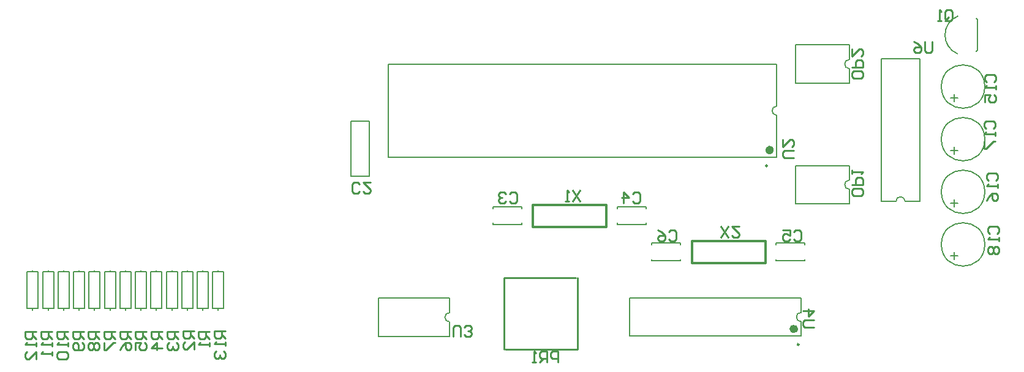
<source format=gbo>
%FSLAX24Y24*%
%MOIN*%
G70*
G01*
G75*
G04 Layer_Color=32896*
%ADD10C,0.0787*%
%ADD11C,0.0197*%
%ADD12C,0.0276*%
%ADD13C,0.0394*%
%ADD14C,0.0472*%
%ADD15C,0.0315*%
%ADD16C,0.0551*%
%ADD17C,0.2362*%
%ADD18C,0.0650*%
%ADD19C,0.0591*%
%ADD20R,0.0591X0.0591*%
%ADD21R,0.0591X0.0591*%
%ADD22C,0.1161*%
%ADD23C,0.0630*%
%ADD24C,0.0591*%
%ADD25R,0.0591X0.0591*%
%ADD26R,0.0630X0.0630*%
%ADD27C,0.0630*%
%ADD28C,0.1181*%
%ADD29R,0.1181X0.1181*%
%ADD30C,0.0669*%
%ADD31R,0.0669X0.0669*%
%ADD32O,0.0984X0.0551*%
%ADD33R,0.0984X0.0551*%
%ADD34O,0.1400X0.0900*%
%ADD35O,0.0900X0.1400*%
%ADD36O,0.1969X0.1378*%
%ADD37C,0.1969*%
%ADD38O,0.0600X0.1200*%
G04:AMPARAMS|DCode=39|XSize=120mil|YSize=60mil|CornerRadius=0mil|HoleSize=0mil|Usage=FLASHONLY|Rotation=90.000|XOffset=0mil|YOffset=0mil|HoleType=Round|Shape=Octagon|*
%AMOCTAGOND39*
4,1,8,0.0150,0.0600,-0.0150,0.0600,-0.0300,0.0450,-0.0300,-0.0450,-0.0150,-0.0600,0.0150,-0.0600,0.0300,-0.0450,0.0300,0.0450,0.0150,0.0600,0.0*
%
%ADD39OCTAGOND39*%

%ADD40C,0.0787*%
%ADD41C,0.0600*%
%ADD42R,0.0591X0.0591*%
%ADD43C,0.0620*%
%ADD44C,0.0500*%
%ADD45C,0.0100*%
%ADD46C,0.0236*%
%ADD47C,0.0098*%
%ADD48C,0.0079*%
%ADD49C,0.0050*%
%ADD50C,0.0039*%
%ADD51C,0.0060*%
%ADD52C,0.0150*%
%ADD53R,0.0300X0.2008*%
%ADD54R,0.0252X0.0300*%
%ADD55R,0.0219X0.0300*%
%ADD56R,0.2008X0.0300*%
%ADD57R,0.0300X0.0252*%
%ADD58R,0.0300X0.0219*%
%ADD59C,0.0631*%
%ADD60C,0.2442*%
%ADD61C,0.0730*%
%ADD62C,0.0671*%
%ADD63R,0.0671X0.0671*%
%ADD64R,0.0671X0.0671*%
%ADD65C,0.1241*%
%ADD66C,0.0710*%
%ADD67C,0.0671*%
%ADD68R,0.0671X0.0671*%
%ADD69R,0.0710X0.0710*%
%ADD70C,0.0710*%
%ADD71C,0.1261*%
%ADD72R,0.1261X0.1261*%
%ADD73C,0.0749*%
%ADD74R,0.0749X0.0749*%
%ADD75O,0.1064X0.0631*%
%ADD76R,0.1064X0.0631*%
%ADD77O,0.1480X0.0980*%
%ADD78O,0.0980X0.1480*%
%ADD79O,0.2049X0.1458*%
%ADD80C,0.2049*%
%ADD81O,0.0680X0.1280*%
G04:AMPARAMS|DCode=82|XSize=128mil|YSize=68mil|CornerRadius=0mil|HoleSize=0mil|Usage=FLASHONLY|Rotation=90.000|XOffset=0mil|YOffset=0mil|HoleType=Round|Shape=Octagon|*
%AMOCTAGOND82*
4,1,8,0.0170,0.0640,-0.0170,0.0640,-0.0340,0.0470,-0.0340,-0.0470,-0.0170,-0.0640,0.0170,-0.0640,0.0340,-0.0470,0.0340,0.0470,0.0170,0.0640,0.0*
%
%ADD82OCTAGOND82*%

%ADD83C,0.0867*%
%ADD84C,0.0680*%
%ADD85R,0.0671X0.0671*%
%ADD86C,0.0700*%
%ADD87C,0.0580*%
%ADD88C,0.0120*%
D45*
X42773Y1391D02*
X46671D01*
X46710D02*
Y5289D01*
X42734Y1391D02*
Y5289D01*
X46631D01*
X27559Y2362D02*
X26959D01*
Y2062D01*
X27059Y1962D01*
X27259D01*
X27359Y2062D01*
Y2362D01*
Y2162D02*
X27559Y1962D01*
Y1762D02*
Y1562D01*
Y1662D01*
X26959D01*
X27059Y1762D01*
Y1263D02*
X26959Y1163D01*
Y963D01*
X27059Y863D01*
X27159D01*
X27259Y963D01*
Y1063D01*
Y963D01*
X27359Y863D01*
X27459D01*
X27559Y963D01*
Y1163D01*
X27459Y1263D01*
X34858Y9990D02*
X34758Y9890D01*
X34558D01*
X34458Y9990D01*
Y10389D01*
X34558Y10489D01*
X34758D01*
X34858Y10389D01*
X35458Y10489D02*
X35058D01*
X35458Y10090D01*
Y9990D01*
X35358Y9890D01*
X35158D01*
X35058Y9990D01*
X43015Y9848D02*
X43115Y9948D01*
X43315D01*
X43415Y9848D01*
Y9448D01*
X43315Y9348D01*
X43115D01*
X43015Y9448D01*
X42815Y9848D02*
X42715Y9948D01*
X42515D01*
X42415Y9848D01*
Y9748D01*
X42515Y9648D01*
X42615D01*
X42515D01*
X42415Y9548D01*
Y9448D01*
X42515Y9348D01*
X42715D01*
X42815Y9448D01*
X49708Y9861D02*
X49808Y9961D01*
X50008D01*
X50108Y9861D01*
Y9461D01*
X50008Y9361D01*
X49808D01*
X49708Y9461D01*
X49209Y9361D02*
Y9961D01*
X49508Y9661D01*
X49109D01*
X58480Y7779D02*
X58580Y7879D01*
X58780D01*
X58880Y7779D01*
Y7379D01*
X58780Y7279D01*
X58580D01*
X58480Y7379D01*
X57881Y7879D02*
X58281D01*
Y7579D01*
X58081Y7679D01*
X57981D01*
X57881Y7579D01*
Y7379D01*
X57981Y7279D01*
X58181D01*
X58281Y7379D01*
X51695Y7793D02*
X51795Y7893D01*
X51995D01*
X52095Y7793D01*
Y7393D01*
X51995Y7293D01*
X51795D01*
X51695Y7393D01*
X51096Y7893D02*
X51296Y7793D01*
X51495Y7593D01*
Y7393D01*
X51396Y7293D01*
X51196D01*
X51096Y7393D01*
Y7493D01*
X51196Y7593D01*
X51495D01*
X68988Y15939D02*
X68888Y16039D01*
Y16239D01*
X68988Y16339D01*
X69388D01*
X69488Y16239D01*
Y16039D01*
X69388Y15939D01*
X69488Y15739D02*
Y15539D01*
Y15639D01*
X68888D01*
X68988Y15739D01*
X68888Y14839D02*
Y15239D01*
X69188D01*
X69088Y15039D01*
Y14939D01*
X69188Y14839D01*
X69388D01*
X69488Y14939D01*
Y15139D01*
X69388Y15239D01*
X69088Y10594D02*
X68988Y10694D01*
Y10893D01*
X69088Y10993D01*
X69488D01*
X69588Y10893D01*
Y10694D01*
X69488Y10594D01*
X69588Y10394D02*
Y10194D01*
Y10294D01*
X68988D01*
X69088Y10394D01*
X68988Y9494D02*
X69088Y9694D01*
X69288Y9894D01*
X69488D01*
X69588Y9794D01*
Y9594D01*
X69488Y9494D01*
X69388D01*
X69288Y9594D01*
Y9894D01*
X68938Y13416D02*
X68838Y13516D01*
Y13716D01*
X68938Y13816D01*
X69338D01*
X69438Y13716D01*
Y13516D01*
X69338Y13416D01*
X69438Y13216D02*
Y13016D01*
Y13116D01*
X68838D01*
X68938Y13216D01*
X68838Y12716D02*
Y12316D01*
X68938D01*
X69338Y12716D01*
X69438D01*
X69138Y7671D02*
X69038Y7771D01*
Y7971D01*
X69138Y8071D01*
X69538D01*
X69638Y7971D01*
Y7771D01*
X69538Y7671D01*
X69638Y7471D02*
Y7271D01*
Y7371D01*
X69038D01*
X69138Y7471D01*
Y6971D02*
X69038Y6871D01*
Y6671D01*
X69138Y6571D01*
X69238D01*
X69338Y6671D01*
X69438Y6571D01*
X69538D01*
X69638Y6671D01*
Y6871D01*
X69538Y6971D01*
X69438D01*
X69338Y6871D01*
X69238Y6971D01*
X69138D01*
X69338Y6871D02*
Y6671D01*
X62263Y16461D02*
Y16261D01*
X62163Y16161D01*
X61763D01*
X61663Y16261D01*
Y16461D01*
X61763Y16560D01*
X62163D01*
X62263Y16461D01*
X61663Y16760D02*
X62263D01*
Y17060D01*
X62163Y17160D01*
X61963D01*
X61863Y17060D01*
Y16760D01*
X61663Y17760D02*
Y17360D01*
X62063Y17760D01*
X62163D01*
X62263Y17660D01*
Y17460D01*
X62163Y17360D01*
X45642Y678D02*
Y1278D01*
X45342D01*
X45242Y1178D01*
Y978D01*
X45342Y878D01*
X45642D01*
X45042Y678D02*
Y1278D01*
X44742D01*
X44642Y1178D01*
Y978D01*
X44742Y878D01*
X45042D01*
X44842D02*
X44642Y678D01*
X44442D02*
X44242D01*
X44342D01*
Y1278D01*
X44442Y1178D01*
X66726Y19391D02*
Y19791D01*
X66826Y19891D01*
X67026D01*
X67126Y19791D01*
Y19391D01*
X67026Y19291D01*
X66826D01*
X66926Y19491D02*
X66726Y19291D01*
X66826D02*
X66726Y19391D01*
X66526Y19291D02*
X66326D01*
X66426D01*
Y19891D01*
X66526Y19791D01*
X18121Y2345D02*
X17522D01*
Y2045D01*
X17622Y1945D01*
X17821D01*
X17921Y2045D01*
Y2345D01*
Y2145D02*
X18121Y1945D01*
Y1745D02*
Y1545D01*
Y1645D01*
X17522D01*
X17622Y1745D01*
X18121Y1245D02*
Y1045D01*
Y1145D01*
X17522D01*
X17622Y1245D01*
X17263Y2345D02*
X16664D01*
Y2045D01*
X16764Y1945D01*
X16963D01*
X17063Y2045D01*
Y2345D01*
Y2145D02*
X17263Y1945D01*
Y1745D02*
Y1545D01*
Y1645D01*
X16664D01*
X16764Y1745D01*
X17263Y845D02*
Y1245D01*
X16864Y845D01*
X16764D01*
X16664Y945D01*
Y1145D01*
X16764Y1245D01*
X23269Y2345D02*
X22669D01*
Y2045D01*
X22769Y1945D01*
X22969D01*
X23069Y2045D01*
Y2345D01*
Y2145D02*
X23269Y1945D01*
X22669Y1345D02*
Y1745D01*
X22969D01*
X22869Y1545D01*
Y1445D01*
X22969Y1345D01*
X23169D01*
X23269Y1445D01*
Y1645D01*
X23169Y1745D01*
X22411Y2345D02*
X21811D01*
Y2045D01*
X21911Y1945D01*
X22111D01*
X22211Y2045D01*
Y2345D01*
Y2145D02*
X22411Y1945D01*
X21811Y1345D02*
X21911Y1545D01*
X22111Y1745D01*
X22311D01*
X22411Y1645D01*
Y1445D01*
X22311Y1345D01*
X22211D01*
X22111Y1445D01*
Y1745D01*
X21553Y2345D02*
X20953D01*
Y2045D01*
X21053Y1945D01*
X21253D01*
X21353Y2045D01*
Y2345D01*
Y2145D02*
X21553Y1945D01*
X20953Y1745D02*
Y1345D01*
X21053D01*
X21453Y1745D01*
X21553D01*
X20695Y2345D02*
X20095D01*
Y2045D01*
X20195Y1945D01*
X20395D01*
X20495Y2045D01*
Y2345D01*
Y2145D02*
X20695Y1945D01*
X20195Y1745D02*
X20095Y1645D01*
Y1445D01*
X20195Y1345D01*
X20295D01*
X20395Y1445D01*
X20495Y1345D01*
X20595D01*
X20695Y1445D01*
Y1645D01*
X20595Y1745D01*
X20495D01*
X20395Y1645D01*
X20295Y1745D01*
X20195D01*
X20395Y1645D02*
Y1445D01*
X19837Y2345D02*
X19238D01*
Y2045D01*
X19337Y1945D01*
X19537D01*
X19637Y2045D01*
Y2345D01*
Y2145D02*
X19837Y1945D01*
X19737Y1745D02*
X19837Y1645D01*
Y1445D01*
X19737Y1345D01*
X19337D01*
X19238Y1445D01*
Y1645D01*
X19337Y1745D01*
X19437D01*
X19537Y1645D01*
Y1345D01*
X18979Y2345D02*
X18380D01*
Y2045D01*
X18479Y1945D01*
X18679D01*
X18779Y2045D01*
Y2345D01*
Y2145D02*
X18979Y1945D01*
Y1745D02*
Y1545D01*
Y1645D01*
X18380D01*
X18479Y1745D01*
Y1245D02*
X18380Y1145D01*
Y945D01*
X18479Y845D01*
X18879D01*
X18979Y945D01*
Y1145D01*
X18879Y1245D01*
X18479D01*
X24985Y2345D02*
X24385D01*
Y2045D01*
X24485Y1945D01*
X24685D01*
X24785Y2045D01*
Y2345D01*
Y2145D02*
X24985Y1945D01*
X24485Y1745D02*
X24385Y1645D01*
Y1445D01*
X24485Y1345D01*
X24585D01*
X24685Y1445D01*
Y1545D01*
Y1445D01*
X24785Y1345D01*
X24885D01*
X24985Y1445D01*
Y1645D01*
X24885Y1745D01*
X24127Y2345D02*
X23527D01*
Y2045D01*
X23627Y1945D01*
X23827D01*
X23927Y2045D01*
Y2345D01*
Y2145D02*
X24127Y1945D01*
Y1445D02*
X23527D01*
X23827Y1745D01*
Y1345D01*
X58474Y11811D02*
X57974D01*
X57874Y11911D01*
Y12111D01*
X57974Y12211D01*
X58474D01*
X57874Y12811D02*
Y12411D01*
X58274Y12811D01*
X58374D01*
X58474Y12711D01*
Y12511D01*
X58374Y12411D01*
X39945Y2090D02*
Y2590D01*
X40045Y2690D01*
X40245D01*
X40345Y2590D01*
Y2090D01*
X40545Y2190D02*
X40645Y2090D01*
X40845D01*
X40945Y2190D01*
Y2290D01*
X40845Y2390D01*
X40745D01*
X40845D01*
X40945Y2490D01*
Y2590D01*
X40845Y2690D01*
X40645D01*
X40545Y2590D01*
X59592Y2579D02*
X59092D01*
X58992Y2679D01*
Y2879D01*
X59092Y2979D01*
X59592D01*
X58992Y3479D02*
X59592D01*
X59292Y3179D01*
Y3579D01*
X66035Y18133D02*
Y17633D01*
X65935Y17533D01*
X65735D01*
X65635Y17633D01*
Y18133D01*
X65035D02*
X65235Y18033D01*
X65435Y17833D01*
Y17633D01*
X65335Y17533D01*
X65135D01*
X65035Y17633D01*
Y17733D01*
X65135Y17833D01*
X65435D01*
X46850Y10049D02*
X46451Y9449D01*
Y10049D02*
X46850Y9449D01*
X46251D02*
X46051D01*
X46151D01*
Y10049D01*
X46251Y9949D01*
X54528Y7471D02*
X54927Y8071D01*
Y7471D02*
X54528Y8071D01*
X55527D02*
X55127D01*
X55527Y7671D01*
Y7571D01*
X55427Y7471D01*
X55227D01*
X55127Y7571D01*
X62263Y10042D02*
Y9842D01*
X62163Y9742D01*
X61763D01*
X61663Y9842D01*
Y10042D01*
X61763Y10142D01*
X62163D01*
X62263Y10042D01*
X61663Y10342D02*
X62263D01*
Y10642D01*
X62163Y10742D01*
X61963D01*
X61863Y10642D01*
Y10342D01*
X61663Y10942D02*
Y11142D01*
Y11042D01*
X62263D01*
X62163Y10942D01*
X26701Y2345D02*
X26101D01*
Y2045D01*
X26201Y1945D01*
X26401D01*
X26501Y2045D01*
Y2345D01*
Y2145D02*
X26701Y1945D01*
Y1745D02*
Y1545D01*
Y1645D01*
X26101D01*
X26201Y1745D01*
X25843Y2379D02*
X25243D01*
Y2079D01*
X25343Y1979D01*
X25543D01*
X25643Y2079D01*
Y2379D01*
Y2179D02*
X25843Y1979D01*
Y1379D02*
Y1779D01*
X25443Y1379D01*
X25343D01*
X25243Y1479D01*
Y1679D01*
X25343Y1779D01*
D46*
X57289Y12235D02*
G03*
X57289Y12235I-118J0D01*
G01*
X58608Y2493D02*
G03*
X58608Y2493I-118J0D01*
G01*
D47*
X57054Y11381D02*
G03*
X57054Y11381I-49J0D01*
G01*
X58780Y1643D02*
G03*
X58780Y1643I-49J0D01*
G01*
D48*
X57564Y14631D02*
G03*
X57564Y14131I0J-250D01*
G01*
X39751Y3378D02*
G03*
X39751Y2878I0J-250D01*
G01*
X58884Y3393D02*
G03*
X58884Y2893I0J-250D01*
G01*
X61513Y10601D02*
G03*
X61513Y10101I0J-250D01*
G01*
Y17169D02*
G03*
X61513Y16669I0J-250D01*
G01*
X67415Y19532D02*
G03*
X67415Y17476I415J-1028D01*
G01*
X64550Y9440D02*
G03*
X64050Y9440I-250J0D01*
G01*
X68884Y9963D02*
G03*
X68884Y9963I-1181J0D01*
G01*
Y7096D02*
G03*
X68884Y7096I-1181J0D01*
G01*
Y12830D02*
G03*
X68884Y12830I-1181J0D01*
G01*
Y15696D02*
G03*
X68884Y15696I-1181J0D01*
G01*
X27165Y5595D02*
X27465D01*
Y3595D02*
Y5595D01*
X26865Y3595D02*
X27465D01*
X26865D02*
Y5595D01*
X27165D01*
Y3505D02*
Y3595D01*
Y5595D02*
Y5685D01*
X36422Y11841D02*
X57564D01*
X36422Y16920D02*
X57564D01*
Y11841D02*
Y14131D01*
Y14631D02*
Y16920D01*
X36422Y11841D02*
Y16920D01*
X35893Y4171D02*
X39751D01*
X35893Y2085D02*
X39751D01*
X35893D02*
Y4171D01*
X39751Y3378D02*
Y4171D01*
Y2085D02*
Y2878D01*
X42104Y8169D02*
X43679D01*
X42104Y9154D02*
X43679D01*
Y9061D02*
Y9154D01*
Y8169D02*
Y8262D01*
X42104Y9061D02*
Y9154D01*
Y8169D02*
Y8262D01*
X48871Y8169D02*
X50446D01*
X48871Y9154D02*
X50446D01*
Y9061D02*
Y9154D01*
Y8169D02*
Y8262D01*
X48871Y9061D02*
Y9154D01*
Y8169D02*
Y8262D01*
X35385Y10828D02*
Y13820D01*
X34401Y10828D02*
Y13820D01*
Y10828D02*
X35385D01*
X34401Y13820D02*
X35385D01*
X17063Y3505D02*
Y3595D01*
Y5595D02*
Y5685D01*
Y3595D02*
X17363D01*
Y5595D01*
X16763D02*
X17363D01*
X16763Y3595D02*
Y5595D01*
Y3595D02*
X17063D01*
X17905Y3505D02*
Y3595D01*
Y5595D02*
Y5685D01*
Y3595D02*
X18205D01*
Y5595D01*
X17605D02*
X18205D01*
X17605Y3595D02*
Y5595D01*
Y3595D02*
X17905D01*
X18747Y3505D02*
Y3595D01*
Y5595D02*
Y5685D01*
Y3595D02*
X19047D01*
Y5595D01*
X18447D02*
X19047D01*
X18447Y3595D02*
Y5595D01*
Y3595D02*
X18747D01*
X19589Y3505D02*
Y3595D01*
Y5595D02*
Y5685D01*
Y3595D02*
X19889D01*
Y5595D01*
X19289D02*
X19889D01*
X19289Y3595D02*
Y5595D01*
Y3595D02*
X19589D01*
X49553Y2100D02*
X58884D01*
X49553Y4186D02*
X58884D01*
Y2100D02*
Y2893D01*
Y3393D02*
Y4186D01*
X49553Y2100D02*
Y4186D01*
X20431Y3505D02*
Y3595D01*
Y5595D02*
Y5685D01*
Y3595D02*
X20731D01*
Y5595D01*
X20131D02*
X20731D01*
X20131Y3595D02*
Y5595D01*
Y3595D02*
X20431D01*
X21273Y3505D02*
Y3595D01*
Y5595D02*
Y5685D01*
Y3595D02*
X21573D01*
Y5595D01*
X20973D02*
X21573D01*
X20973Y3595D02*
Y5595D01*
Y3595D02*
X21273D01*
X22114Y3505D02*
Y3595D01*
Y5595D02*
Y5685D01*
Y3595D02*
X22414D01*
Y5595D01*
X21814D02*
X22414D01*
X21814Y3595D02*
Y5595D01*
Y3595D02*
X22114D01*
X22956Y3505D02*
Y3595D01*
Y5595D02*
Y5685D01*
Y3595D02*
X23256D01*
Y5595D01*
X22656D02*
X23256D01*
X22656Y3595D02*
Y5595D01*
Y3595D02*
X22956D01*
X23798Y5595D02*
Y5685D01*
Y3505D02*
Y3595D01*
X23498Y5595D02*
X23798D01*
X23498Y3595D02*
Y5595D01*
Y3595D02*
X24098D01*
Y5595D01*
X23798D02*
X24098D01*
X24640D02*
Y5685D01*
Y3505D02*
Y3595D01*
X24340Y5595D02*
X24640D01*
X24340Y3595D02*
Y5595D01*
Y3595D02*
X24940D01*
Y5595D01*
X24640D02*
X24940D01*
X57520Y6201D02*
X59094D01*
X57520Y7185D02*
X59094D01*
Y7093D02*
Y7185D01*
Y6201D02*
Y6293D01*
X57520Y7093D02*
Y7185D01*
Y6201D02*
Y6293D01*
X50758Y6201D02*
X52333D01*
X50758Y7185D02*
X52333D01*
Y7093D02*
Y7185D01*
Y6201D02*
Y6293D01*
X50758Y7093D02*
Y7185D01*
Y6201D02*
Y6293D01*
X61513Y9307D02*
Y10101D01*
Y10601D02*
Y11394D01*
X58593Y9307D02*
Y11394D01*
Y9307D02*
X61513D01*
X58593Y11394D02*
X61513D01*
Y15876D02*
Y16669D01*
Y17169D02*
Y17963D01*
X58593Y15876D02*
Y17963D01*
Y15876D02*
X61513D01*
X58593Y17963D02*
X61513D01*
X68497Y17671D02*
Y19337D01*
X68411Y19395D02*
X68497Y19337D01*
X68411Y17613D02*
X68497Y17671D01*
X26324Y5595D02*
Y5685D01*
Y3505D02*
Y3595D01*
X26024Y5595D02*
X26324D01*
X26024Y3595D02*
Y5595D01*
Y3595D02*
X26624D01*
Y5595D01*
X26324D02*
X26624D01*
X25482D02*
Y5685D01*
Y3505D02*
Y3595D01*
X25182Y5595D02*
X25482D01*
X25182Y3595D02*
Y5595D01*
Y3595D02*
X25782D01*
Y5595D01*
X25482D02*
X25782D01*
X65343Y9440D02*
Y17196D01*
X63256Y9440D02*
Y17196D01*
X65343D01*
X64550Y9440D02*
X65343D01*
X63256D02*
X64050D01*
X67207Y9133D02*
Y9533D01*
X67007Y9333D02*
X67407D01*
X67207Y6267D02*
Y6667D01*
X67007Y6467D02*
X67407D01*
X67207Y12000D02*
Y12400D01*
X67007Y12200D02*
X67407D01*
X67207Y14867D02*
Y15267D01*
X67007Y15067D02*
X67407D01*
D88*
X52937Y6093D02*
Y7293D01*
X56937D01*
Y6093D02*
Y7293D01*
X52937Y6093D02*
X56937D01*
X44276Y8061D02*
Y9261D01*
X48276D01*
Y8061D02*
Y9261D01*
X44276Y8061D02*
X48276D01*
M02*

</source>
